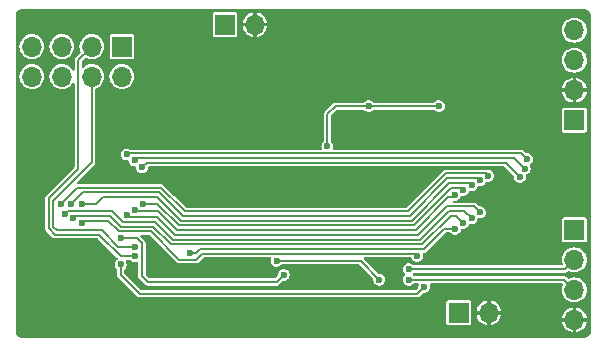
<source format=gbl>
G04 #@! TF.GenerationSoftware,KiCad,Pcbnew,8.0.4*
G04 #@! TF.CreationDate,2024-08-03T17:02:50+02:00*
G04 #@! TF.ProjectId,koyomi-keyboard-adapter,6b6f796f-6d69-42d6-9b65-79626f617264,rev?*
G04 #@! TF.SameCoordinates,Original*
G04 #@! TF.FileFunction,Copper,L2,Bot*
G04 #@! TF.FilePolarity,Positive*
%FSLAX46Y46*%
G04 Gerber Fmt 4.6, Leading zero omitted, Abs format (unit mm)*
G04 Created by KiCad (PCBNEW 8.0.4) date 2024-08-03 17:02:50*
%MOMM*%
%LPD*%
G01*
G04 APERTURE LIST*
G04 #@! TA.AperFunction,ComponentPad*
%ADD10R,1.700000X1.700000*%
G04 #@! TD*
G04 #@! TA.AperFunction,ComponentPad*
%ADD11O,1.700000X1.700000*%
G04 #@! TD*
G04 #@! TA.AperFunction,ViaPad*
%ADD12C,0.600000*%
G04 #@! TD*
G04 #@! TA.AperFunction,Conductor*
%ADD13C,0.200000*%
G04 #@! TD*
G04 APERTURE END LIST*
D10*
X21700000Y-15860000D03*
D11*
X21700000Y-18400000D03*
X19160000Y-15860000D03*
X19160000Y-18400000D03*
X16620000Y-15860000D03*
X16620000Y-18400000D03*
X14080000Y-15860000D03*
X14080000Y-18400000D03*
D10*
X50225000Y-38400000D03*
D11*
X52765000Y-38400000D03*
D10*
X30425000Y-14000000D03*
D11*
X32965000Y-14000000D03*
D10*
X60000000Y-31380000D03*
D11*
X60000000Y-33920000D03*
X60000000Y-36460000D03*
X60000000Y-39000000D03*
D10*
X60000000Y-22100000D03*
D11*
X60000000Y-19560000D03*
X60000000Y-17020000D03*
X60000000Y-14480000D03*
D12*
X45100000Y-38400000D03*
X40400000Y-35600000D03*
X50600000Y-23100000D03*
X30000000Y-35200000D03*
X30900000Y-22100000D03*
X30100000Y-22100000D03*
X50600000Y-24000000D03*
X41500000Y-34600000D03*
X38300000Y-14000000D03*
X49500000Y-21200000D03*
X42600000Y-28400000D03*
X43400000Y-27600000D03*
X43400000Y-28400000D03*
X43400000Y-26800000D03*
X29200000Y-35200000D03*
X43400000Y-29200000D03*
X28500000Y-22100000D03*
X34800000Y-37700000D03*
X44200000Y-28400000D03*
X38300000Y-15100000D03*
X45900000Y-37600000D03*
X40300000Y-14000000D03*
X45000000Y-26800000D03*
X45000000Y-28400000D03*
X36500000Y-38700000D03*
X42600000Y-26800000D03*
X45000000Y-27600000D03*
X41000000Y-35100000D03*
X50600000Y-22100000D03*
X42600000Y-29200000D03*
X28400000Y-35200000D03*
X39300000Y-14000000D03*
X44200000Y-26800000D03*
X42600000Y-27600000D03*
X50600000Y-21200000D03*
X44200000Y-29200000D03*
X40300000Y-38400000D03*
X45000000Y-29200000D03*
X44200000Y-27600000D03*
X22800000Y-34500000D03*
X40300000Y-15000000D03*
X29300000Y-22100000D03*
X40300000Y-39200000D03*
X34800000Y-38500000D03*
X34800000Y-34000000D03*
X43500000Y-35600000D03*
X48540000Y-20900000D03*
X39100000Y-24300000D03*
X42600000Y-20900000D03*
X22800000Y-29700000D03*
X49900000Y-28400000D03*
X55400000Y-26900000D03*
X23400000Y-26100000D03*
X50600000Y-28000000D03*
X23500000Y-29200000D03*
X49900000Y-31300000D03*
X27500000Y-33300000D03*
X47300000Y-36200000D03*
X21600000Y-34300000D03*
X22100000Y-25000000D03*
X56000000Y-25400000D03*
X52000000Y-27200000D03*
X17400000Y-29200000D03*
X52000000Y-29900000D03*
X22100000Y-30100000D03*
X55800000Y-26200000D03*
X22800000Y-25500000D03*
X51300000Y-27600000D03*
X18300100Y-29200000D03*
X52700100Y-26800100D03*
X16500000Y-29200000D03*
X17599800Y-30399900D03*
X50600000Y-30800000D03*
X22800000Y-33600000D03*
X22800000Y-32800000D03*
X21600000Y-32100000D03*
X35400000Y-35200000D03*
X16899800Y-29999900D03*
X51300000Y-30400000D03*
X46700000Y-33600000D03*
X18299800Y-30799900D03*
X46000000Y-35600000D03*
X46000000Y-34700000D03*
D13*
X41900000Y-34000000D02*
X43500000Y-35600000D01*
X48540000Y-20900000D02*
X42600000Y-20900000D01*
X39100000Y-21600000D02*
X39800000Y-20900000D01*
X34800000Y-34000000D02*
X41900000Y-34000000D01*
X39100000Y-24300000D02*
X39100000Y-21600000D01*
X39800000Y-20900000D02*
X42600000Y-20900000D01*
X49667157Y-28632843D02*
X49900000Y-28400000D01*
X49332843Y-28632843D02*
X49667157Y-28632843D01*
X26337256Y-31400000D02*
X46565686Y-31400000D01*
X22900000Y-29800000D02*
X24737256Y-29800000D01*
X46565686Y-31400000D02*
X49332843Y-28632843D01*
X22800000Y-29700000D02*
X22900000Y-29800000D01*
X24737256Y-29800000D02*
X26337256Y-31400000D01*
X23800000Y-25700000D02*
X23400000Y-26100000D01*
X55400000Y-26900000D02*
X54200000Y-25700000D01*
X54200000Y-25700000D02*
X23800000Y-25700000D01*
X23500000Y-29200000D02*
X24702942Y-29200000D01*
X49548529Y-27851471D02*
X49548529Y-27848529D01*
X49548529Y-27848529D02*
X49597058Y-27800000D01*
X24702942Y-29200000D02*
X26502942Y-31000000D01*
X26502942Y-31000000D02*
X46400000Y-31000000D01*
X46400000Y-31000000D02*
X49548529Y-27851471D01*
X50400000Y-27800000D02*
X50600000Y-28000000D01*
X49597058Y-27800000D02*
X50400000Y-27800000D01*
X48997058Y-31300000D02*
X49900000Y-31300000D01*
X28000000Y-33300000D02*
X28300000Y-33000000D01*
X28300000Y-33000000D02*
X47297058Y-33000000D01*
X47297058Y-33000000D02*
X48997058Y-31300000D01*
X27500000Y-33300000D02*
X28000000Y-33300000D01*
X46700000Y-36800000D02*
X23200000Y-36800000D01*
X23200000Y-36800000D02*
X21600000Y-35200000D01*
X21600000Y-35200000D02*
X21600000Y-34300000D01*
X47300000Y-36200000D02*
X46700000Y-36800000D01*
X55500000Y-24900000D02*
X22200000Y-24900000D01*
X56000000Y-25400000D02*
X55500000Y-24900000D01*
X22200000Y-24900000D02*
X22100000Y-25000000D01*
X17400000Y-29200000D02*
X18400000Y-28200000D01*
X24834314Y-28200000D02*
X26834314Y-30200000D01*
X26834314Y-30200000D02*
X46065686Y-30200000D01*
X49265686Y-27000000D02*
X51800000Y-27000000D01*
X46065686Y-30200000D02*
X49265686Y-27000000D01*
X18400000Y-28200000D02*
X24834314Y-28200000D01*
X51800000Y-27000000D02*
X52000000Y-27200000D01*
X22300000Y-30300000D02*
X22100000Y-30100000D01*
X51500000Y-29400000D02*
X49200000Y-29400000D01*
X26171570Y-31800000D02*
X24671570Y-30300000D01*
X24671570Y-30300000D02*
X22300000Y-30300000D01*
X46800000Y-31800000D02*
X26171570Y-31800000D01*
X49200000Y-29400000D02*
X46800000Y-31800000D01*
X52000000Y-29900000D02*
X51500000Y-29400000D01*
X23000000Y-25300000D02*
X22800000Y-25500000D01*
X54900000Y-25300000D02*
X23000000Y-25300000D01*
X55800000Y-26200000D02*
X54900000Y-25300000D01*
X24668628Y-28600000D02*
X26668628Y-30600000D01*
X19500000Y-29200000D02*
X20100000Y-28600000D01*
X51300000Y-27600000D02*
X51100000Y-27400000D01*
X49431372Y-27400000D02*
X46231372Y-30600000D01*
X51100000Y-27400000D02*
X49431372Y-27400000D01*
X46231372Y-30600000D02*
X26668628Y-30600000D01*
X20100000Y-28600000D02*
X24668628Y-28600000D01*
X18300100Y-29200000D02*
X19500000Y-29200000D01*
X17900000Y-27800000D02*
X25000000Y-27800000D01*
X16500000Y-29200000D02*
X17900000Y-27800000D01*
X49100000Y-26600000D02*
X52500000Y-26600000D01*
X45900000Y-29800000D02*
X49100000Y-26600000D01*
X52500000Y-26600000D02*
X52700100Y-26800100D01*
X25000000Y-27800000D02*
X27000000Y-29800000D01*
X27000000Y-29800000D02*
X45900000Y-29800000D01*
X25834314Y-32600000D02*
X47131372Y-32600000D01*
X17599800Y-30399900D02*
X17600100Y-30399900D01*
X21600000Y-31100000D02*
X24334314Y-31100000D01*
X17800000Y-30200000D02*
X20700000Y-30200000D01*
X24334314Y-31100000D02*
X25834314Y-32600000D01*
X49531372Y-30200000D02*
X50000000Y-30200000D01*
X20700000Y-30200000D02*
X21600000Y-31100000D01*
X17600100Y-30399900D02*
X17800000Y-30200000D01*
X47131372Y-32600000D02*
X49531372Y-30200000D01*
X50000000Y-30200000D02*
X50600000Y-30800000D01*
X15500000Y-31265686D02*
X15500000Y-28700000D01*
X18000000Y-17020000D02*
X19160000Y-15860000D01*
X18000000Y-26200000D02*
X18000000Y-17020000D01*
X19800000Y-31799900D02*
X16034214Y-31799900D01*
X22800000Y-33600000D02*
X21600000Y-33600000D01*
X21600000Y-33600000D02*
X19800000Y-31800000D01*
X19800000Y-31800000D02*
X19800000Y-31799900D01*
X16034214Y-31799900D02*
X15500000Y-31265686D01*
X15500000Y-28700000D02*
X18000000Y-26200000D01*
X19999900Y-31399900D02*
X21400000Y-32800000D01*
X15900000Y-28900000D02*
X15900000Y-31100000D01*
X15900000Y-31100000D02*
X16199900Y-31399900D01*
X21400000Y-32800000D02*
X22800000Y-32800000D01*
X16199900Y-31399900D02*
X19999900Y-31399900D01*
X19160000Y-18400000D02*
X19160000Y-25640000D01*
X19160000Y-25640000D02*
X15900000Y-28900000D01*
X34800000Y-35800000D02*
X35400000Y-35200000D01*
X21600000Y-32100000D02*
X23000000Y-32100000D01*
X23000000Y-32100000D02*
X23400000Y-32500000D01*
X23400000Y-35300000D02*
X23900000Y-35800000D01*
X23400000Y-32500000D02*
X23400000Y-35300000D01*
X23900000Y-35800000D02*
X34800000Y-35800000D01*
X50700000Y-29800000D02*
X49365686Y-29800000D01*
X20900000Y-29800000D02*
X17099700Y-29800000D01*
X26000000Y-32200000D02*
X24500000Y-30700000D01*
X21800000Y-30700000D02*
X20900000Y-29800000D01*
X49365686Y-29800000D02*
X46965686Y-32200000D01*
X24500000Y-30700000D02*
X21800000Y-30700000D01*
X46965686Y-32200000D02*
X26000000Y-32200000D01*
X17099700Y-29800000D02*
X16899800Y-29999900D01*
X51300000Y-30400000D02*
X50700000Y-29800000D01*
X21434314Y-31500000D02*
X20534314Y-30600000D01*
X24168628Y-31500000D02*
X21434314Y-31500000D01*
X18300100Y-30799900D02*
X18299800Y-30799900D01*
X28000000Y-33900000D02*
X26568628Y-33900000D01*
X46700000Y-33600000D02*
X46500000Y-33400000D01*
X26568628Y-33900000D02*
X24168628Y-31500000D01*
X28500000Y-33400000D02*
X28000000Y-33900000D01*
X20534314Y-30600000D02*
X18500000Y-30600000D01*
X18500000Y-30600000D02*
X18300100Y-30799900D01*
X46500000Y-33400000D02*
X28500000Y-33400000D01*
X46000000Y-35600000D02*
X59140000Y-35600000D01*
X59140000Y-35600000D02*
X60000000Y-36460000D01*
X59220000Y-34700000D02*
X60000000Y-33920000D01*
X46000000Y-34700000D02*
X59220000Y-34700000D01*
G04 #@! TA.AperFunction,Conductor*
G36*
X60905512Y-12701121D02*
G01*
X61000073Y-12711775D01*
X61021669Y-12716705D01*
X61106202Y-12746283D01*
X61126168Y-12755899D01*
X61164079Y-12779720D01*
X61201987Y-12803540D01*
X61219319Y-12817361D01*
X61282638Y-12880680D01*
X61296459Y-12898012D01*
X61344098Y-12973828D01*
X61353717Y-12993801D01*
X61357793Y-13005448D01*
X61383293Y-13078326D01*
X61388225Y-13099938D01*
X61398877Y-13194470D01*
X61399500Y-13205555D01*
X61399500Y-39994444D01*
X61398877Y-40005529D01*
X61388225Y-40100061D01*
X61383293Y-40121673D01*
X61353718Y-40206196D01*
X61344098Y-40226171D01*
X61296459Y-40301987D01*
X61282638Y-40319319D01*
X61219319Y-40382638D01*
X61201987Y-40396459D01*
X61126171Y-40444098D01*
X61106196Y-40453718D01*
X61021673Y-40483293D01*
X61000061Y-40488225D01*
X60905529Y-40498877D01*
X60894444Y-40499500D01*
X13205556Y-40499500D01*
X13194471Y-40498877D01*
X13099938Y-40488225D01*
X13078326Y-40483293D01*
X12993803Y-40453718D01*
X12973828Y-40444098D01*
X12898012Y-40396459D01*
X12880680Y-40382638D01*
X12817361Y-40319319D01*
X12803540Y-40301987D01*
X12755901Y-40226171D01*
X12746283Y-40206202D01*
X12716705Y-40121669D01*
X12711775Y-40100073D01*
X12701121Y-40005512D01*
X12700500Y-39994444D01*
X12700500Y-37530253D01*
X49174500Y-37530253D01*
X49174500Y-39269746D01*
X49174501Y-39269758D01*
X49186132Y-39328227D01*
X49186134Y-39328233D01*
X49217228Y-39374767D01*
X49230448Y-39394552D01*
X49296769Y-39438867D01*
X49341231Y-39447711D01*
X49355241Y-39450498D01*
X49355246Y-39450498D01*
X49355252Y-39450500D01*
X49355253Y-39450500D01*
X51094747Y-39450500D01*
X51094748Y-39450500D01*
X51153231Y-39438867D01*
X51219552Y-39394552D01*
X51263867Y-39328231D01*
X51275500Y-39269748D01*
X51275500Y-38249998D01*
X51724692Y-38249998D01*
X51724694Y-38250000D01*
X52287555Y-38250000D01*
X52265000Y-38334174D01*
X52265000Y-38465826D01*
X52287555Y-38550000D01*
X51724694Y-38550000D01*
X51724692Y-38550001D01*
X51730191Y-38605833D01*
X51730190Y-38605833D01*
X51790232Y-38803762D01*
X51790234Y-38803767D01*
X51887724Y-38986160D01*
X51887731Y-38986170D01*
X52018940Y-39146050D01*
X52018949Y-39146059D01*
X52178829Y-39277268D01*
X52178839Y-39277275D01*
X52361232Y-39374765D01*
X52361237Y-39374767D01*
X52559166Y-39434808D01*
X52614998Y-39440307D01*
X52615000Y-39440306D01*
X52615000Y-38877445D01*
X52699174Y-38900000D01*
X52830826Y-38900000D01*
X52915000Y-38877445D01*
X52915000Y-39440306D01*
X52915001Y-39440307D01*
X52970833Y-39434808D01*
X53168762Y-39374767D01*
X53168767Y-39374765D01*
X53351160Y-39277275D01*
X53351170Y-39277268D01*
X53511050Y-39146059D01*
X53511059Y-39146050D01*
X53642268Y-38986170D01*
X53642275Y-38986160D01*
X53715054Y-38849998D01*
X58959692Y-38849998D01*
X58959694Y-38850000D01*
X59522555Y-38850000D01*
X59500000Y-38934174D01*
X59500000Y-39065826D01*
X59522555Y-39150000D01*
X58959694Y-39150000D01*
X58959692Y-39150001D01*
X58965191Y-39205833D01*
X58965190Y-39205833D01*
X59025232Y-39403762D01*
X59025234Y-39403767D01*
X59122724Y-39586160D01*
X59122731Y-39586170D01*
X59253940Y-39746050D01*
X59253949Y-39746059D01*
X59413829Y-39877268D01*
X59413839Y-39877275D01*
X59596232Y-39974765D01*
X59596237Y-39974767D01*
X59794166Y-40034808D01*
X59849998Y-40040307D01*
X59850000Y-40040306D01*
X59850000Y-39477445D01*
X59934174Y-39500000D01*
X60065826Y-39500000D01*
X60150000Y-39477445D01*
X60150000Y-40040306D01*
X60150001Y-40040307D01*
X60205833Y-40034808D01*
X60403762Y-39974767D01*
X60403767Y-39974765D01*
X60586160Y-39877275D01*
X60586170Y-39877268D01*
X60746050Y-39746059D01*
X60746059Y-39746050D01*
X60877268Y-39586170D01*
X60877275Y-39586160D01*
X60974765Y-39403767D01*
X60974767Y-39403762D01*
X61034808Y-39205833D01*
X61040307Y-39150001D01*
X61040306Y-39150000D01*
X60477445Y-39150000D01*
X60500000Y-39065826D01*
X60500000Y-38934174D01*
X60477445Y-38850000D01*
X61040306Y-38850000D01*
X61040307Y-38849998D01*
X61034808Y-38794166D01*
X61034809Y-38794166D01*
X60974767Y-38596237D01*
X60974765Y-38596232D01*
X60877275Y-38413839D01*
X60877268Y-38413829D01*
X60746059Y-38253949D01*
X60746050Y-38253940D01*
X60586170Y-38122731D01*
X60586160Y-38122724D01*
X60403767Y-38025234D01*
X60403762Y-38025232D01*
X60205843Y-37965194D01*
X60205832Y-37965191D01*
X60150000Y-37959692D01*
X60150000Y-38522554D01*
X60065826Y-38500000D01*
X59934174Y-38500000D01*
X59850000Y-38522554D01*
X59850000Y-37959692D01*
X59794167Y-37965191D01*
X59794156Y-37965194D01*
X59596237Y-38025232D01*
X59596232Y-38025234D01*
X59413839Y-38122724D01*
X59413829Y-38122731D01*
X59253949Y-38253940D01*
X59253940Y-38253949D01*
X59122731Y-38413829D01*
X59122724Y-38413839D01*
X59025234Y-38596232D01*
X59025232Y-38596237D01*
X58965191Y-38794166D01*
X58959692Y-38849998D01*
X53715054Y-38849998D01*
X53739765Y-38803767D01*
X53739767Y-38803762D01*
X53799808Y-38605833D01*
X53805307Y-38550001D01*
X53805306Y-38550000D01*
X53242445Y-38550000D01*
X53265000Y-38465826D01*
X53265000Y-38334174D01*
X53242445Y-38250000D01*
X53805306Y-38250000D01*
X53805307Y-38249998D01*
X53799808Y-38194166D01*
X53799809Y-38194166D01*
X53739767Y-37996237D01*
X53739765Y-37996232D01*
X53642275Y-37813839D01*
X53642268Y-37813829D01*
X53511059Y-37653949D01*
X53511050Y-37653940D01*
X53351170Y-37522731D01*
X53351160Y-37522724D01*
X53168767Y-37425234D01*
X53168762Y-37425232D01*
X52970843Y-37365194D01*
X52970832Y-37365191D01*
X52915000Y-37359692D01*
X52915000Y-37922554D01*
X52830826Y-37900000D01*
X52699174Y-37900000D01*
X52615000Y-37922554D01*
X52615000Y-37359692D01*
X52559167Y-37365191D01*
X52559156Y-37365194D01*
X52361237Y-37425232D01*
X52361232Y-37425234D01*
X52178839Y-37522724D01*
X52178829Y-37522731D01*
X52018949Y-37653940D01*
X52018940Y-37653949D01*
X51887731Y-37813829D01*
X51887724Y-37813839D01*
X51790234Y-37996232D01*
X51790232Y-37996237D01*
X51730191Y-38194166D01*
X51724692Y-38249998D01*
X51275500Y-38249998D01*
X51275500Y-37530252D01*
X51263867Y-37471769D01*
X51219552Y-37405448D01*
X51159309Y-37365194D01*
X51153233Y-37361134D01*
X51153231Y-37361133D01*
X51153228Y-37361132D01*
X51153227Y-37361132D01*
X51094758Y-37349501D01*
X51094748Y-37349500D01*
X49355252Y-37349500D01*
X49355251Y-37349500D01*
X49355241Y-37349501D01*
X49296772Y-37361132D01*
X49296766Y-37361134D01*
X49230451Y-37405445D01*
X49230445Y-37405451D01*
X49186134Y-37471766D01*
X49186132Y-37471772D01*
X49174501Y-37530241D01*
X49174500Y-37530253D01*
X12700500Y-37530253D01*
X12700500Y-28660435D01*
X15199500Y-28660435D01*
X15199500Y-28660438D01*
X15199500Y-31305248D01*
X15219979Y-31381675D01*
X15230848Y-31400500D01*
X15259540Y-31450197D01*
X15849703Y-32040360D01*
X15849705Y-32040361D01*
X15849707Y-32040363D01*
X15918222Y-32079920D01*
X15918220Y-32079920D01*
X15918224Y-32079921D01*
X15918226Y-32079922D01*
X15994652Y-32100400D01*
X16073776Y-32100400D01*
X19634421Y-32100400D01*
X19692612Y-32119307D01*
X19704425Y-32129396D01*
X21318375Y-33743346D01*
X21346152Y-33797863D01*
X21336581Y-33858295D01*
X21301896Y-33896633D01*
X21268873Y-33917856D01*
X21268872Y-33917856D01*
X21268872Y-33917857D01*
X21221747Y-33972242D01*
X21174622Y-34026628D01*
X21114834Y-34157543D01*
X21094353Y-34299997D01*
X21094353Y-34300002D01*
X21114834Y-34442456D01*
X21144060Y-34506450D01*
X21174623Y-34573373D01*
X21255239Y-34666410D01*
X21273509Y-34687494D01*
X21271471Y-34689259D01*
X21296925Y-34731458D01*
X21299500Y-34753893D01*
X21299500Y-35239564D01*
X21319977Y-35315985D01*
X21319979Y-35315990D01*
X21345121Y-35359538D01*
X21359538Y-35384508D01*
X21359540Y-35384511D01*
X23015489Y-37040460D01*
X23015491Y-37040461D01*
X23015493Y-37040463D01*
X23084008Y-37080020D01*
X23084006Y-37080020D01*
X23084010Y-37080021D01*
X23084012Y-37080022D01*
X23160438Y-37100500D01*
X23160440Y-37100500D01*
X46739563Y-37100500D01*
X46739563Y-37100499D01*
X46815989Y-37080021D01*
X46884511Y-37040460D01*
X46912485Y-37012485D01*
X46940461Y-36984511D01*
X47195473Y-36729497D01*
X47249990Y-36701719D01*
X47265477Y-36700500D01*
X47371959Y-36700500D01*
X47371961Y-36700500D01*
X47510053Y-36659953D01*
X47631128Y-36582143D01*
X47725377Y-36473373D01*
X47785165Y-36342457D01*
X47805647Y-36200000D01*
X47805646Y-36199996D01*
X47785165Y-36057543D01*
X47777440Y-36040627D01*
X47770465Y-35979840D01*
X47800551Y-35926563D01*
X47856207Y-35901145D01*
X47867493Y-35900500D01*
X58942738Y-35900500D01*
X59000929Y-35919407D01*
X59036893Y-35968907D01*
X59036893Y-36030093D01*
X59030048Y-36046166D01*
X59024768Y-36056046D01*
X59024766Y-36056050D01*
X59024766Y-36056052D01*
X58964699Y-36254065D01*
X58964698Y-36254070D01*
X58944417Y-36459996D01*
X58944417Y-36460003D01*
X58964698Y-36665929D01*
X58964699Y-36665934D01*
X59024768Y-36863954D01*
X59122316Y-37046452D01*
X59166672Y-37100500D01*
X59253590Y-37206410D01*
X59253595Y-37206414D01*
X59413547Y-37337683D01*
X59413548Y-37337683D01*
X59413550Y-37337685D01*
X59596046Y-37435232D01*
X59716484Y-37471766D01*
X59794065Y-37495300D01*
X59794070Y-37495301D01*
X59999997Y-37515583D01*
X60000000Y-37515583D01*
X60000003Y-37515583D01*
X60205929Y-37495301D01*
X60205934Y-37495300D01*
X60403954Y-37435232D01*
X60586450Y-37337685D01*
X60746410Y-37206410D01*
X60877685Y-37046450D01*
X60975232Y-36863954D01*
X61035300Y-36665934D01*
X61035301Y-36665929D01*
X61055583Y-36460003D01*
X61055583Y-36459996D01*
X61035301Y-36254070D01*
X61035300Y-36254065D01*
X61017078Y-36193997D01*
X60975232Y-36056046D01*
X60877685Y-35873550D01*
X60877538Y-35873371D01*
X60746414Y-35713595D01*
X60746410Y-35713590D01*
X60730460Y-35700500D01*
X60586452Y-35582316D01*
X60403954Y-35484768D01*
X60205934Y-35424699D01*
X60205929Y-35424698D01*
X60000003Y-35404417D01*
X59999997Y-35404417D01*
X59794070Y-35424698D01*
X59794065Y-35424699D01*
X59596052Y-35484766D01*
X59596049Y-35484766D01*
X59596046Y-35484768D01*
X59596044Y-35484768D01*
X59596044Y-35484769D01*
X59565453Y-35501120D01*
X59505220Y-35511874D01*
X59450169Y-35485171D01*
X59448784Y-35483812D01*
X59324511Y-35359540D01*
X59294921Y-35342456D01*
X59294920Y-35342456D01*
X59255988Y-35319978D01*
X59179564Y-35299500D01*
X59179562Y-35299500D01*
X46447083Y-35299500D01*
X46388892Y-35280593D01*
X46372270Y-35265337D01*
X46331128Y-35217857D01*
X46331123Y-35217854D01*
X46328505Y-35214832D01*
X46304687Y-35158472D01*
X46318545Y-35098877D01*
X46328505Y-35085168D01*
X46331123Y-35082145D01*
X46331128Y-35082143D01*
X46372266Y-35034666D01*
X46424660Y-35003073D01*
X46447083Y-35000500D01*
X59259563Y-35000500D01*
X59259563Y-35000499D01*
X59335989Y-34980021D01*
X59404511Y-34940460D01*
X59448784Y-34896186D01*
X59503298Y-34868410D01*
X59563730Y-34877981D01*
X59565454Y-34878881D01*
X59596040Y-34895229D01*
X59596046Y-34895232D01*
X59733997Y-34937078D01*
X59794065Y-34955300D01*
X59794070Y-34955301D01*
X59999997Y-34975583D01*
X60000000Y-34975583D01*
X60000003Y-34975583D01*
X60205929Y-34955301D01*
X60205934Y-34955300D01*
X60403954Y-34895232D01*
X60586450Y-34797685D01*
X60746410Y-34666410D01*
X60877685Y-34506450D01*
X60975232Y-34323954D01*
X61035300Y-34125934D01*
X61035301Y-34125929D01*
X61055583Y-33920003D01*
X61055583Y-33919996D01*
X61035301Y-33714070D01*
X61035300Y-33714065D01*
X61000547Y-33599500D01*
X60975232Y-33516046D01*
X60877685Y-33333550D01*
X60872003Y-33326627D01*
X60746414Y-33173595D01*
X60746410Y-33173590D01*
X60699115Y-33134776D01*
X60586452Y-33042316D01*
X60403954Y-32944768D01*
X60205934Y-32884699D01*
X60205929Y-32884698D01*
X60000003Y-32864417D01*
X59999997Y-32864417D01*
X59794070Y-32884698D01*
X59794065Y-32884699D01*
X59596045Y-32944768D01*
X59413547Y-33042316D01*
X59253595Y-33173585D01*
X59253585Y-33173595D01*
X59122316Y-33333547D01*
X59024768Y-33516045D01*
X58964699Y-33714065D01*
X58964698Y-33714070D01*
X58944417Y-33919996D01*
X58944417Y-33920003D01*
X58964698Y-34125929D01*
X58964699Y-34125934D01*
X59008936Y-34271762D01*
X59007735Y-34332936D01*
X58970806Y-34381720D01*
X58914199Y-34399500D01*
X46447083Y-34399500D01*
X46388892Y-34380593D01*
X46372264Y-34365331D01*
X46331128Y-34317857D01*
X46298182Y-34296684D01*
X46210057Y-34240049D01*
X46210054Y-34240047D01*
X46210053Y-34240047D01*
X46210050Y-34240046D01*
X46071964Y-34199500D01*
X46071961Y-34199500D01*
X45928039Y-34199500D01*
X45928035Y-34199500D01*
X45789949Y-34240046D01*
X45789942Y-34240049D01*
X45668873Y-34317855D01*
X45574622Y-34426628D01*
X45514834Y-34557543D01*
X45494353Y-34699997D01*
X45494353Y-34700002D01*
X45514834Y-34842456D01*
X45553275Y-34926628D01*
X45574623Y-34973373D01*
X45627608Y-35034521D01*
X45671494Y-35085169D01*
X45695311Y-35141529D01*
X45681452Y-35201124D01*
X45671494Y-35214831D01*
X45574622Y-35326628D01*
X45514835Y-35457541D01*
X45494353Y-35599997D01*
X45494353Y-35600002D01*
X45514834Y-35742456D01*
X45574622Y-35873371D01*
X45574623Y-35873373D01*
X45668870Y-35982141D01*
X45668873Y-35982144D01*
X45783877Y-36056052D01*
X45789947Y-36059953D01*
X45858297Y-36080022D01*
X45928035Y-36100499D01*
X45928036Y-36100499D01*
X45928039Y-36100500D01*
X45928041Y-36100500D01*
X46071959Y-36100500D01*
X46071961Y-36100500D01*
X46210053Y-36059953D01*
X46331128Y-35982143D01*
X46372264Y-35934668D01*
X46424660Y-35903073D01*
X46447083Y-35900500D01*
X46732507Y-35900500D01*
X46790698Y-35919407D01*
X46826662Y-35968907D01*
X46826662Y-36030093D01*
X46822560Y-36040627D01*
X46814834Y-36057543D01*
X46794353Y-36199996D01*
X46794353Y-36199997D01*
X46794353Y-36200000D01*
X46797442Y-36221483D01*
X46787007Y-36281772D01*
X46769453Y-36305574D01*
X46604526Y-36470503D01*
X46550010Y-36498281D01*
X46534522Y-36499500D01*
X23365479Y-36499500D01*
X23307288Y-36480593D01*
X23295475Y-36470504D01*
X21929496Y-35104525D01*
X21901719Y-35050008D01*
X21900500Y-35034521D01*
X21900500Y-34753893D01*
X21919407Y-34695702D01*
X21926741Y-34687711D01*
X21926491Y-34687494D01*
X21944757Y-34666414D01*
X22025377Y-34573373D01*
X22085165Y-34442457D01*
X22091992Y-34394971D01*
X22105647Y-34300002D01*
X22105647Y-34299997D01*
X22085165Y-34157543D01*
X22031771Y-34040627D01*
X22024796Y-33979840D01*
X22054882Y-33926563D01*
X22110538Y-33901145D01*
X22121824Y-33900500D01*
X22352917Y-33900500D01*
X22411108Y-33919407D01*
X22427733Y-33934667D01*
X22468872Y-33982143D01*
X22589947Y-34059953D01*
X22673585Y-34084511D01*
X22728035Y-34100499D01*
X22728036Y-34100499D01*
X22728039Y-34100500D01*
X22728041Y-34100500D01*
X22871959Y-34100500D01*
X22871961Y-34100500D01*
X22972610Y-34070947D01*
X23033769Y-34072694D01*
X23082222Y-34110057D01*
X23099500Y-34165937D01*
X23099500Y-35339564D01*
X23119977Y-35415985D01*
X23119979Y-35415990D01*
X23143968Y-35457541D01*
X23143969Y-35457541D01*
X23143970Y-35457543D01*
X23159540Y-35484511D01*
X23715489Y-36040460D01*
X23715491Y-36040461D01*
X23715493Y-36040463D01*
X23784008Y-36080020D01*
X23784006Y-36080020D01*
X23784010Y-36080021D01*
X23784012Y-36080022D01*
X23860438Y-36100500D01*
X23860440Y-36100500D01*
X34839563Y-36100500D01*
X34839563Y-36100499D01*
X34915989Y-36080021D01*
X34984511Y-36040460D01*
X35012485Y-36012485D01*
X35040461Y-35984511D01*
X35295473Y-35729497D01*
X35349990Y-35701719D01*
X35365477Y-35700500D01*
X35471959Y-35700500D01*
X35471961Y-35700500D01*
X35610053Y-35659953D01*
X35731128Y-35582143D01*
X35825377Y-35473373D01*
X35885165Y-35342457D01*
X35903515Y-35214831D01*
X35905647Y-35200002D01*
X35905647Y-35199997D01*
X35885165Y-35057543D01*
X35859114Y-35000500D01*
X35825377Y-34926627D01*
X35731128Y-34817857D01*
X35731127Y-34817856D01*
X35731126Y-34817855D01*
X35610057Y-34740049D01*
X35610054Y-34740047D01*
X35610053Y-34740047D01*
X35610050Y-34740046D01*
X35471964Y-34699500D01*
X35471961Y-34699500D01*
X35328039Y-34699500D01*
X35328035Y-34699500D01*
X35189949Y-34740046D01*
X35189942Y-34740049D01*
X35068873Y-34817855D01*
X34974622Y-34926628D01*
X34914834Y-35057543D01*
X34894353Y-35199996D01*
X34894353Y-35199997D01*
X34894353Y-35200000D01*
X34897442Y-35221483D01*
X34887007Y-35281772D01*
X34869453Y-35305574D01*
X34704526Y-35470503D01*
X34650010Y-35498281D01*
X34634522Y-35499500D01*
X24065479Y-35499500D01*
X24007288Y-35480593D01*
X23995475Y-35470504D01*
X23729496Y-35204525D01*
X23701719Y-35150008D01*
X23700500Y-35134521D01*
X23700500Y-32460437D01*
X23700499Y-32460435D01*
X23680021Y-32384011D01*
X23680019Y-32384007D01*
X23640460Y-32315489D01*
X23584511Y-32259539D01*
X23584511Y-32259540D01*
X23294475Y-31969504D01*
X23266698Y-31914987D01*
X23276269Y-31854555D01*
X23319534Y-31811290D01*
X23364479Y-31800500D01*
X24003149Y-31800500D01*
X24061340Y-31819407D01*
X24073153Y-31829496D01*
X26384117Y-34140460D01*
X26384119Y-34140461D01*
X26384120Y-34140462D01*
X26384121Y-34140463D01*
X26452636Y-34180020D01*
X26452634Y-34180020D01*
X26452638Y-34180021D01*
X26452640Y-34180022D01*
X26529066Y-34200500D01*
X26529068Y-34200500D01*
X28039563Y-34200500D01*
X28039563Y-34200499D01*
X28115989Y-34180021D01*
X28184511Y-34140460D01*
X28240460Y-34084511D01*
X28595475Y-33729496D01*
X28649992Y-33701719D01*
X28665479Y-33700500D01*
X34232507Y-33700500D01*
X34290698Y-33719407D01*
X34326662Y-33768907D01*
X34326662Y-33830093D01*
X34322560Y-33840627D01*
X34314834Y-33857543D01*
X34294353Y-33999997D01*
X34294353Y-34000002D01*
X34314834Y-34142456D01*
X34359403Y-34240046D01*
X34374623Y-34273373D01*
X34468870Y-34382141D01*
X34468873Y-34382144D01*
X34589942Y-34459950D01*
X34589947Y-34459953D01*
X34696403Y-34491211D01*
X34728035Y-34500499D01*
X34728036Y-34500499D01*
X34728039Y-34500500D01*
X34728041Y-34500500D01*
X34871959Y-34500500D01*
X34871961Y-34500500D01*
X35010053Y-34459953D01*
X35131128Y-34382143D01*
X35172264Y-34334668D01*
X35224660Y-34303073D01*
X35247083Y-34300500D01*
X41734521Y-34300500D01*
X41792712Y-34319407D01*
X41804525Y-34329496D01*
X42969453Y-35494424D01*
X42997230Y-35548941D01*
X42997441Y-35578514D01*
X42994354Y-35599997D01*
X42994353Y-35600002D01*
X43014834Y-35742456D01*
X43074622Y-35873371D01*
X43074623Y-35873373D01*
X43168870Y-35982141D01*
X43168873Y-35982144D01*
X43283877Y-36056052D01*
X43289947Y-36059953D01*
X43358297Y-36080022D01*
X43428035Y-36100499D01*
X43428036Y-36100499D01*
X43428039Y-36100500D01*
X43428041Y-36100500D01*
X43571959Y-36100500D01*
X43571961Y-36100500D01*
X43710053Y-36059953D01*
X43831128Y-35982143D01*
X43925377Y-35873373D01*
X43985165Y-35742457D01*
X44005647Y-35600000D01*
X44003104Y-35582316D01*
X43985165Y-35457541D01*
X43925377Y-35326628D01*
X43925377Y-35326627D01*
X43831128Y-35217857D01*
X43831127Y-35217856D01*
X43831126Y-35217855D01*
X43710057Y-35140049D01*
X43710054Y-35140047D01*
X43710053Y-35140047D01*
X43710050Y-35140046D01*
X43571964Y-35099500D01*
X43571961Y-35099500D01*
X43465479Y-35099500D01*
X43407288Y-35080593D01*
X43395475Y-35070504D01*
X42825470Y-34500499D01*
X42194472Y-33869501D01*
X42166697Y-33814987D01*
X42176268Y-33754555D01*
X42219533Y-33711290D01*
X42264478Y-33700500D01*
X46132051Y-33700500D01*
X46190242Y-33719407D01*
X46222103Y-33758371D01*
X46274623Y-33873373D01*
X46368870Y-33982141D01*
X46368873Y-33982144D01*
X46438092Y-34026628D01*
X46489947Y-34059953D01*
X46573585Y-34084511D01*
X46628035Y-34100499D01*
X46628036Y-34100499D01*
X46628039Y-34100500D01*
X46628041Y-34100500D01*
X46771959Y-34100500D01*
X46771961Y-34100500D01*
X46910053Y-34059953D01*
X47031128Y-33982143D01*
X47125377Y-33873373D01*
X47185165Y-33742457D01*
X47205647Y-33600000D01*
X47205575Y-33599500D01*
X47185165Y-33457543D01*
X47177440Y-33440627D01*
X47170465Y-33379840D01*
X47200551Y-33326563D01*
X47256207Y-33301145D01*
X47267493Y-33300500D01*
X47336621Y-33300500D01*
X47336621Y-33300499D01*
X47413047Y-33280021D01*
X47481569Y-33240460D01*
X47537518Y-33184511D01*
X49092533Y-31629496D01*
X49147050Y-31601719D01*
X49162537Y-31600500D01*
X49452917Y-31600500D01*
X49511108Y-31619407D01*
X49527733Y-31634667D01*
X49568872Y-31682143D01*
X49689947Y-31759953D01*
X49792129Y-31789956D01*
X49828035Y-31800499D01*
X49828036Y-31800499D01*
X49828039Y-31800500D01*
X49828041Y-31800500D01*
X49971959Y-31800500D01*
X49971961Y-31800500D01*
X50110053Y-31759953D01*
X50231128Y-31682143D01*
X50325377Y-31573373D01*
X50385165Y-31442457D01*
X50394276Y-31379085D01*
X50421271Y-31324180D01*
X50475385Y-31295626D01*
X50520161Y-31298186D01*
X50528039Y-31300500D01*
X50528040Y-31300500D01*
X50671959Y-31300500D01*
X50671961Y-31300500D01*
X50810053Y-31259953D01*
X50931128Y-31182143D01*
X51025377Y-31073373D01*
X51083319Y-30946498D01*
X51124689Y-30901423D01*
X51184656Y-30889272D01*
X51201260Y-30892637D01*
X51220133Y-30898178D01*
X51228035Y-30900499D01*
X51228036Y-30900499D01*
X51228039Y-30900500D01*
X51228040Y-30900500D01*
X51371959Y-30900500D01*
X51371961Y-30900500D01*
X51510053Y-30859953D01*
X51631128Y-30782143D01*
X51725377Y-30673373D01*
X51785165Y-30542457D01*
X51789795Y-30510253D01*
X58949500Y-30510253D01*
X58949500Y-32249746D01*
X58949501Y-32249758D01*
X58961132Y-32308227D01*
X58961134Y-32308233D01*
X59005445Y-32374548D01*
X59005448Y-32374552D01*
X59071769Y-32418867D01*
X59116231Y-32427711D01*
X59130241Y-32430498D01*
X59130246Y-32430498D01*
X59130252Y-32430500D01*
X59130253Y-32430500D01*
X60869747Y-32430500D01*
X60869748Y-32430500D01*
X60928231Y-32418867D01*
X60994552Y-32374552D01*
X61038867Y-32308231D01*
X61050500Y-32249748D01*
X61050500Y-30510252D01*
X61038867Y-30451769D01*
X60994552Y-30385448D01*
X60989458Y-30382044D01*
X60928233Y-30341134D01*
X60928231Y-30341133D01*
X60928228Y-30341132D01*
X60928227Y-30341132D01*
X60869758Y-30329501D01*
X60869748Y-30329500D01*
X59130252Y-30329500D01*
X59130251Y-30329500D01*
X59130241Y-30329501D01*
X59071772Y-30341132D01*
X59071766Y-30341134D01*
X59005451Y-30385445D01*
X59005445Y-30385451D01*
X58961134Y-30451766D01*
X58961132Y-30451772D01*
X58949501Y-30510241D01*
X58949500Y-30510253D01*
X51789795Y-30510253D01*
X51794276Y-30479085D01*
X51821271Y-30424180D01*
X51875385Y-30395626D01*
X51920161Y-30398186D01*
X51928039Y-30400500D01*
X51928040Y-30400500D01*
X52071959Y-30400500D01*
X52071961Y-30400500D01*
X52210053Y-30359953D01*
X52331128Y-30282143D01*
X52425377Y-30173373D01*
X52485165Y-30042457D01*
X52494285Y-29979024D01*
X52505647Y-29900002D01*
X52505647Y-29899997D01*
X52485165Y-29757543D01*
X52459114Y-29700500D01*
X52425377Y-29626627D01*
X52331128Y-29517857D01*
X52331127Y-29517856D01*
X52331126Y-29517855D01*
X52210057Y-29440049D01*
X52210054Y-29440047D01*
X52210053Y-29440047D01*
X52210050Y-29440046D01*
X52071964Y-29399500D01*
X52071961Y-29399500D01*
X51965479Y-29399500D01*
X51907288Y-29380593D01*
X51895476Y-29370504D01*
X51684510Y-29159539D01*
X51651464Y-29140460D01*
X51651462Y-29140459D01*
X51615989Y-29119979D01*
X51615986Y-29119978D01*
X51539564Y-29099500D01*
X51539562Y-29099500D01*
X49829357Y-29099500D01*
X49771166Y-29080593D01*
X49735202Y-29031093D01*
X49735202Y-28969907D01*
X49771166Y-28920407D01*
X49779856Y-28914764D01*
X49781588Y-28913764D01*
X49831089Y-28900500D01*
X49971959Y-28900500D01*
X49971961Y-28900500D01*
X50110053Y-28859953D01*
X50231128Y-28782143D01*
X50325377Y-28673373D01*
X50383319Y-28546498D01*
X50424689Y-28501423D01*
X50484656Y-28489272D01*
X50501260Y-28492637D01*
X50520133Y-28498178D01*
X50528035Y-28500499D01*
X50528036Y-28500499D01*
X50528039Y-28500500D01*
X50528040Y-28500500D01*
X50671959Y-28500500D01*
X50671961Y-28500500D01*
X50810053Y-28459953D01*
X50931128Y-28382143D01*
X51025377Y-28273373D01*
X51083319Y-28146498D01*
X51124689Y-28101423D01*
X51184656Y-28089272D01*
X51201260Y-28092637D01*
X51220133Y-28098178D01*
X51228035Y-28100499D01*
X51228036Y-28100499D01*
X51228039Y-28100500D01*
X51228040Y-28100500D01*
X51371959Y-28100500D01*
X51371961Y-28100500D01*
X51510053Y-28059953D01*
X51631128Y-27982143D01*
X51725377Y-27873373D01*
X51783319Y-27746498D01*
X51824689Y-27701423D01*
X51884656Y-27689272D01*
X51901260Y-27692637D01*
X51920133Y-27698178D01*
X51928035Y-27700499D01*
X51928036Y-27700499D01*
X51928039Y-27700500D01*
X51928040Y-27700500D01*
X52071959Y-27700500D01*
X52071961Y-27700500D01*
X52210053Y-27659953D01*
X52331128Y-27582143D01*
X52425377Y-27473373D01*
X52483290Y-27346561D01*
X52524660Y-27301486D01*
X52584627Y-27289335D01*
X52601233Y-27292699D01*
X52628139Y-27300600D01*
X52628140Y-27300600D01*
X52772059Y-27300600D01*
X52772061Y-27300600D01*
X52910153Y-27260053D01*
X53031228Y-27182243D01*
X53125477Y-27073473D01*
X53185265Y-26942557D01*
X53205747Y-26800100D01*
X53203432Y-26784001D01*
X53185265Y-26657643D01*
X53140651Y-26559953D01*
X53125477Y-26526727D01*
X53031228Y-26417957D01*
X53031227Y-26417956D01*
X53031226Y-26417955D01*
X52910157Y-26340149D01*
X52910154Y-26340147D01*
X52910153Y-26340147D01*
X52910150Y-26340146D01*
X52772064Y-26299600D01*
X52772061Y-26299600D01*
X52628139Y-26299600D01*
X52628138Y-26299600D01*
X52620514Y-26301838D01*
X52612716Y-26304128D01*
X52559207Y-26304763D01*
X52539562Y-26299500D01*
X49060438Y-26299500D01*
X49060435Y-26299500D01*
X48984012Y-26319978D01*
X48949079Y-26340147D01*
X48949078Y-26340146D01*
X48915490Y-26359539D01*
X45804525Y-29470504D01*
X45750008Y-29498281D01*
X45734521Y-29499500D01*
X27165479Y-29499500D01*
X27107288Y-29480593D01*
X27095475Y-29470504D01*
X26140460Y-28515489D01*
X25184511Y-27559540D01*
X25184508Y-27559538D01*
X25164573Y-27548028D01*
X25164573Y-27548029D01*
X25115989Y-27519979D01*
X25115988Y-27519978D01*
X25115987Y-27519978D01*
X25039564Y-27499500D01*
X25039562Y-27499500D01*
X17964479Y-27499500D01*
X17906288Y-27480593D01*
X17870324Y-27431093D01*
X17870324Y-27369907D01*
X17894475Y-27330496D01*
X18182515Y-27042456D01*
X19400460Y-25824511D01*
X19406321Y-25814357D01*
X19406325Y-25814354D01*
X19406324Y-25814354D01*
X19440021Y-25755989D01*
X19460500Y-25679562D01*
X19460500Y-24999997D01*
X21594353Y-24999997D01*
X21594353Y-25000002D01*
X21614834Y-25142456D01*
X21674622Y-25273371D01*
X21674623Y-25273373D01*
X21723227Y-25329465D01*
X21768873Y-25382144D01*
X21796653Y-25399997D01*
X21889947Y-25459953D01*
X21996403Y-25491211D01*
X22028035Y-25500499D01*
X22028036Y-25500499D01*
X22028039Y-25500500D01*
X22028041Y-25500500D01*
X22171960Y-25500500D01*
X22171961Y-25500500D01*
X22179834Y-25498188D01*
X22240995Y-25499932D01*
X22289450Y-25537291D01*
X22305723Y-25579087D01*
X22314834Y-25642456D01*
X22328953Y-25673371D01*
X22374623Y-25773373D01*
X22458254Y-25869889D01*
X22468873Y-25882144D01*
X22589942Y-25959950D01*
X22589947Y-25959953D01*
X22689721Y-25989249D01*
X22728035Y-26000499D01*
X22728036Y-26000499D01*
X22728039Y-26000500D01*
X22728041Y-26000500D01*
X22795353Y-26000500D01*
X22853544Y-26019407D01*
X22889508Y-26068907D01*
X22893322Y-26092995D01*
X22893345Y-26092992D01*
X22893568Y-26094545D01*
X22894353Y-26099500D01*
X22894353Y-26100002D01*
X22914834Y-26242456D01*
X22974622Y-26373371D01*
X22974623Y-26373373D01*
X23013255Y-26417957D01*
X23068873Y-26482144D01*
X23189942Y-26559950D01*
X23189947Y-26559953D01*
X23296403Y-26591211D01*
X23328035Y-26600499D01*
X23328036Y-26600499D01*
X23328039Y-26600500D01*
X23328041Y-26600500D01*
X23471959Y-26600500D01*
X23471961Y-26600500D01*
X23610053Y-26559953D01*
X23731128Y-26482143D01*
X23825377Y-26373373D01*
X23885165Y-26242457D01*
X23901411Y-26129465D01*
X23905647Y-26100002D01*
X23905647Y-26099500D01*
X23905776Y-26099101D01*
X23906655Y-26092991D01*
X23907712Y-26093143D01*
X23924554Y-26041309D01*
X23974054Y-26005345D01*
X24004647Y-26000500D01*
X54034521Y-26000500D01*
X54092712Y-26019407D01*
X54104525Y-26029496D01*
X54869453Y-26794424D01*
X54897230Y-26848941D01*
X54897441Y-26878514D01*
X54894354Y-26899997D01*
X54894353Y-26900002D01*
X54914834Y-27042456D01*
X54974622Y-27173371D01*
X54974623Y-27173373D01*
X55049731Y-27260053D01*
X55068873Y-27282144D01*
X55169113Y-27346564D01*
X55189947Y-27359953D01*
X55296403Y-27391211D01*
X55328035Y-27400499D01*
X55328036Y-27400499D01*
X55328039Y-27400500D01*
X55328041Y-27400500D01*
X55471959Y-27400500D01*
X55471961Y-27400500D01*
X55610053Y-27359953D01*
X55731128Y-27282143D01*
X55825377Y-27173373D01*
X55885165Y-27042457D01*
X55899528Y-26942557D01*
X55905647Y-26900002D01*
X55905647Y-26899997D01*
X55888969Y-26784001D01*
X55899402Y-26723712D01*
X55943280Y-26681070D01*
X55959065Y-26674924D01*
X56010053Y-26659953D01*
X56131128Y-26582143D01*
X56225377Y-26473373D01*
X56285165Y-26342457D01*
X56305647Y-26200000D01*
X56291197Y-26099500D01*
X56285165Y-26057543D01*
X56233996Y-25945500D01*
X56227021Y-25884713D01*
X56257107Y-25831436D01*
X56270514Y-25821096D01*
X56331128Y-25782143D01*
X56425377Y-25673373D01*
X56485165Y-25542457D01*
X56491992Y-25494971D01*
X56505647Y-25400002D01*
X56505647Y-25399997D01*
X56485165Y-25257543D01*
X56425377Y-25126628D01*
X56425377Y-25126627D01*
X56331128Y-25017857D01*
X56331127Y-25017856D01*
X56331126Y-25017855D01*
X56210057Y-24940049D01*
X56210054Y-24940047D01*
X56210053Y-24940047D01*
X56210050Y-24940046D01*
X56071964Y-24899500D01*
X56071961Y-24899500D01*
X55965479Y-24899500D01*
X55907288Y-24880593D01*
X55895476Y-24870504D01*
X55684510Y-24659539D01*
X55629971Y-24628050D01*
X55629968Y-24628050D01*
X55615989Y-24619979D01*
X55615985Y-24619978D01*
X55615981Y-24619976D01*
X55539564Y-24599500D01*
X55539562Y-24599500D01*
X39667493Y-24599500D01*
X39609302Y-24580593D01*
X39573338Y-24531093D01*
X39573338Y-24469907D01*
X39577440Y-24459373D01*
X39585165Y-24442456D01*
X39605647Y-24300002D01*
X39605647Y-24299997D01*
X39585165Y-24157543D01*
X39525377Y-24026628D01*
X39525377Y-24026627D01*
X39431128Y-23917857D01*
X39431127Y-23917856D01*
X39426491Y-23912506D01*
X39428524Y-23910743D01*
X39403067Y-23868505D01*
X39400500Y-23846105D01*
X39400500Y-21765479D01*
X39419407Y-21707288D01*
X39429496Y-21695475D01*
X39895475Y-21229496D01*
X39949992Y-21201719D01*
X39965479Y-21200500D01*
X42152917Y-21200500D01*
X42211108Y-21219407D01*
X42227733Y-21234667D01*
X42268872Y-21282143D01*
X42357001Y-21338780D01*
X42389302Y-21359539D01*
X42389947Y-21359953D01*
X42496403Y-21391211D01*
X42528035Y-21400499D01*
X42528036Y-21400499D01*
X42528039Y-21400500D01*
X42528041Y-21400500D01*
X42671959Y-21400500D01*
X42671961Y-21400500D01*
X42810053Y-21359953D01*
X42931128Y-21282143D01*
X42972264Y-21234668D01*
X43024660Y-21203073D01*
X43047083Y-21200500D01*
X48092917Y-21200500D01*
X48151108Y-21219407D01*
X48167733Y-21234667D01*
X48208872Y-21282143D01*
X48297001Y-21338780D01*
X48329302Y-21359539D01*
X48329947Y-21359953D01*
X48436403Y-21391211D01*
X48468035Y-21400499D01*
X48468036Y-21400499D01*
X48468039Y-21400500D01*
X48468041Y-21400500D01*
X48611959Y-21400500D01*
X48611961Y-21400500D01*
X48750053Y-21359953D01*
X48871128Y-21282143D01*
X48916091Y-21230253D01*
X58949500Y-21230253D01*
X58949500Y-22969746D01*
X58949501Y-22969758D01*
X58961132Y-23028227D01*
X58961133Y-23028231D01*
X59005448Y-23094552D01*
X59071769Y-23138867D01*
X59116231Y-23147711D01*
X59130241Y-23150498D01*
X59130246Y-23150498D01*
X59130252Y-23150500D01*
X59130253Y-23150500D01*
X60869747Y-23150500D01*
X60869748Y-23150500D01*
X60928231Y-23138867D01*
X60994552Y-23094552D01*
X61038867Y-23028231D01*
X61050500Y-22969748D01*
X61050500Y-21230252D01*
X61038867Y-21171769D01*
X60994552Y-21105448D01*
X60994548Y-21105445D01*
X60928233Y-21061134D01*
X60928231Y-21061133D01*
X60928228Y-21061132D01*
X60928227Y-21061132D01*
X60869758Y-21049501D01*
X60869748Y-21049500D01*
X59130252Y-21049500D01*
X59130251Y-21049500D01*
X59130241Y-21049501D01*
X59071772Y-21061132D01*
X59071766Y-21061134D01*
X59005451Y-21105445D01*
X59005445Y-21105451D01*
X58961134Y-21171766D01*
X58961132Y-21171772D01*
X58949501Y-21230241D01*
X58949500Y-21230253D01*
X48916091Y-21230253D01*
X48965377Y-21173373D01*
X49025165Y-21042457D01*
X49045647Y-20900000D01*
X49025165Y-20757543D01*
X48965377Y-20626627D01*
X48871128Y-20517857D01*
X48871127Y-20517856D01*
X48871126Y-20517855D01*
X48750057Y-20440049D01*
X48750054Y-20440047D01*
X48750053Y-20440047D01*
X48750050Y-20440046D01*
X48611964Y-20399500D01*
X48611961Y-20399500D01*
X48468039Y-20399500D01*
X48468035Y-20399500D01*
X48329949Y-20440046D01*
X48329942Y-20440049D01*
X48208876Y-20517854D01*
X48208871Y-20517858D01*
X48167736Y-20565331D01*
X48115340Y-20596927D01*
X48092917Y-20599500D01*
X43047083Y-20599500D01*
X42988892Y-20580593D01*
X42972264Y-20565331D01*
X42931128Y-20517857D01*
X42898182Y-20496684D01*
X42810057Y-20440049D01*
X42810054Y-20440047D01*
X42810053Y-20440047D01*
X42810050Y-20440046D01*
X42671964Y-20399500D01*
X42671961Y-20399500D01*
X42528039Y-20399500D01*
X42528035Y-20399500D01*
X42389949Y-20440046D01*
X42389942Y-20440049D01*
X42268876Y-20517854D01*
X42268871Y-20517858D01*
X42227736Y-20565331D01*
X42175340Y-20596927D01*
X42152917Y-20599500D01*
X39760435Y-20599500D01*
X39684011Y-20619978D01*
X39684007Y-20619980D01*
X39615491Y-20659538D01*
X38915489Y-21359540D01*
X38915488Y-21359539D01*
X38859539Y-21415489D01*
X38819980Y-21484007D01*
X38819978Y-21484011D01*
X38799500Y-21560435D01*
X38799500Y-23846105D01*
X38780593Y-23904296D01*
X38773258Y-23912289D01*
X38773509Y-23912506D01*
X38674622Y-24026628D01*
X38614834Y-24157543D01*
X38594353Y-24299997D01*
X38594353Y-24300002D01*
X38614834Y-24442456D01*
X38622560Y-24459373D01*
X38629535Y-24520160D01*
X38599449Y-24573437D01*
X38543793Y-24598855D01*
X38532507Y-24599500D01*
X22431632Y-24599500D01*
X22378110Y-24583784D01*
X22310053Y-24540047D01*
X22310050Y-24540046D01*
X22171964Y-24499500D01*
X22171961Y-24499500D01*
X22028039Y-24499500D01*
X22028035Y-24499500D01*
X21889949Y-24540046D01*
X21889942Y-24540049D01*
X21768873Y-24617855D01*
X21674622Y-24726628D01*
X21614834Y-24857543D01*
X21594353Y-24999997D01*
X19460500Y-24999997D01*
X19460500Y-19480037D01*
X19479407Y-19421846D01*
X19528907Y-19385882D01*
X19530739Y-19385307D01*
X19563954Y-19375232D01*
X19746450Y-19277685D01*
X19906410Y-19146410D01*
X20037685Y-18986450D01*
X20135232Y-18803954D01*
X20195300Y-18605934D01*
X20195301Y-18605929D01*
X20215583Y-18400003D01*
X20215583Y-18399996D01*
X20644417Y-18399996D01*
X20644417Y-18400003D01*
X20664698Y-18605929D01*
X20664699Y-18605934D01*
X20724768Y-18803954D01*
X20822316Y-18986452D01*
X20910640Y-19094075D01*
X20953590Y-19146410D01*
X20953595Y-19146414D01*
X21113547Y-19277683D01*
X21113548Y-19277683D01*
X21113550Y-19277685D01*
X21296046Y-19375232D01*
X21410659Y-19409999D01*
X21494065Y-19435300D01*
X21494070Y-19435301D01*
X21699997Y-19455583D01*
X21700000Y-19455583D01*
X21700003Y-19455583D01*
X21905929Y-19435301D01*
X21905934Y-19435300D01*
X21950286Y-19421846D01*
X21989344Y-19409998D01*
X58959692Y-19409998D01*
X58959694Y-19410000D01*
X59522555Y-19410000D01*
X59500000Y-19494174D01*
X59500000Y-19625826D01*
X59522555Y-19710000D01*
X58959694Y-19710000D01*
X58959692Y-19710001D01*
X58965191Y-19765833D01*
X58965190Y-19765833D01*
X59025232Y-19963762D01*
X59025234Y-19963767D01*
X59122724Y-20146160D01*
X59122731Y-20146170D01*
X59253940Y-20306050D01*
X59253949Y-20306059D01*
X59413829Y-20437268D01*
X59413839Y-20437275D01*
X59596232Y-20534765D01*
X59596237Y-20534767D01*
X59794166Y-20594808D01*
X59849998Y-20600307D01*
X59850000Y-20600306D01*
X59850000Y-20037445D01*
X59934174Y-20060000D01*
X60065826Y-20060000D01*
X60150000Y-20037445D01*
X60150000Y-20600306D01*
X60150001Y-20600307D01*
X60205833Y-20594808D01*
X60403762Y-20534767D01*
X60403767Y-20534765D01*
X60586160Y-20437275D01*
X60586170Y-20437268D01*
X60746050Y-20306059D01*
X60746059Y-20306050D01*
X60877268Y-20146170D01*
X60877275Y-20146160D01*
X60974765Y-19963767D01*
X60974767Y-19963762D01*
X61034808Y-19765833D01*
X61040307Y-19710001D01*
X61040306Y-19710000D01*
X60477445Y-19710000D01*
X60500000Y-19625826D01*
X60500000Y-19494174D01*
X60477445Y-19410000D01*
X61040306Y-19410000D01*
X61040307Y-19409998D01*
X61034808Y-19354166D01*
X61034809Y-19354166D01*
X60974767Y-19156237D01*
X60974765Y-19156232D01*
X60877275Y-18973839D01*
X60877268Y-18973829D01*
X60746059Y-18813949D01*
X60746050Y-18813940D01*
X60586170Y-18682731D01*
X60586160Y-18682724D01*
X60403767Y-18585234D01*
X60403762Y-18585232D01*
X60205843Y-18525194D01*
X60205832Y-18525191D01*
X60150000Y-18519692D01*
X60150000Y-19082554D01*
X60065826Y-19060000D01*
X59934174Y-19060000D01*
X59850000Y-19082554D01*
X59850000Y-18519692D01*
X59794167Y-18525191D01*
X59794156Y-18525194D01*
X59596237Y-18585232D01*
X59596232Y-18585234D01*
X59413839Y-18682724D01*
X59413829Y-18682731D01*
X59253949Y-18813940D01*
X59253940Y-18813949D01*
X59122731Y-18973829D01*
X59122724Y-18973839D01*
X59025234Y-19156232D01*
X59025232Y-19156237D01*
X58965191Y-19354166D01*
X58959692Y-19409998D01*
X21989344Y-19409998D01*
X22103954Y-19375232D01*
X22286450Y-19277685D01*
X22446410Y-19146410D01*
X22577685Y-18986450D01*
X22675232Y-18803954D01*
X22735300Y-18605934D01*
X22735301Y-18605929D01*
X22755583Y-18400003D01*
X22755583Y-18399996D01*
X22735301Y-18194070D01*
X22735300Y-18194065D01*
X22699359Y-18075583D01*
X22675232Y-17996046D01*
X22577685Y-17813550D01*
X22538998Y-17766410D01*
X22446414Y-17653595D01*
X22446410Y-17653590D01*
X22388972Y-17606452D01*
X22286452Y-17522316D01*
X22103954Y-17424768D01*
X21905934Y-17364699D01*
X21905929Y-17364698D01*
X21700003Y-17344417D01*
X21699997Y-17344417D01*
X21494070Y-17364698D01*
X21494065Y-17364699D01*
X21296045Y-17424768D01*
X21113547Y-17522316D01*
X20953595Y-17653585D01*
X20953585Y-17653595D01*
X20822316Y-17813547D01*
X20724768Y-17996045D01*
X20664699Y-18194065D01*
X20664698Y-18194070D01*
X20644417Y-18399996D01*
X20215583Y-18399996D01*
X20195301Y-18194070D01*
X20195300Y-18194065D01*
X20159359Y-18075583D01*
X20135232Y-17996046D01*
X20037685Y-17813550D01*
X19998998Y-17766410D01*
X19906414Y-17653595D01*
X19906410Y-17653590D01*
X19848972Y-17606452D01*
X19746452Y-17522316D01*
X19563954Y-17424768D01*
X19365934Y-17364699D01*
X19365929Y-17364698D01*
X19160003Y-17344417D01*
X19159997Y-17344417D01*
X18954070Y-17364698D01*
X18954065Y-17364699D01*
X18756045Y-17424768D01*
X18573547Y-17522316D01*
X18573541Y-17522320D01*
X18462304Y-17613610D01*
X18405328Y-17635910D01*
X18346125Y-17620461D01*
X18307310Y-17573164D01*
X18300500Y-17537082D01*
X18300500Y-17185477D01*
X18319407Y-17127286D01*
X18329490Y-17115480D01*
X18424974Y-17019996D01*
X58944417Y-17019996D01*
X58944417Y-17020003D01*
X58964698Y-17225929D01*
X58964699Y-17225934D01*
X59024768Y-17423954D01*
X59122316Y-17606452D01*
X59253585Y-17766404D01*
X59253590Y-17766410D01*
X59253595Y-17766414D01*
X59413547Y-17897683D01*
X59413548Y-17897683D01*
X59413550Y-17897685D01*
X59596046Y-17995232D01*
X59733997Y-18037078D01*
X59794065Y-18055300D01*
X59794070Y-18055301D01*
X59999997Y-18075583D01*
X60000000Y-18075583D01*
X60000003Y-18075583D01*
X60205929Y-18055301D01*
X60205934Y-18055300D01*
X60403954Y-17995232D01*
X60586450Y-17897685D01*
X60746410Y-17766410D01*
X60877685Y-17606450D01*
X60975232Y-17423954D01*
X61035300Y-17225934D01*
X61035301Y-17225929D01*
X61055583Y-17020003D01*
X61055583Y-17019996D01*
X61035301Y-16814070D01*
X61035300Y-16814065D01*
X61009722Y-16729746D01*
X60975232Y-16616046D01*
X60877685Y-16433550D01*
X60859355Y-16411215D01*
X60746414Y-16273595D01*
X60746410Y-16273590D01*
X60734675Y-16263959D01*
X60586452Y-16142316D01*
X60403954Y-16044768D01*
X60205934Y-15984699D01*
X60205929Y-15984698D01*
X60000003Y-15964417D01*
X59999997Y-15964417D01*
X59794070Y-15984698D01*
X59794065Y-15984699D01*
X59596045Y-16044768D01*
X59413547Y-16142316D01*
X59253595Y-16273585D01*
X59253585Y-16273595D01*
X59122316Y-16433547D01*
X59024768Y-16616045D01*
X58964699Y-16814065D01*
X58964698Y-16814070D01*
X58944417Y-17019996D01*
X18424974Y-17019996D01*
X18608784Y-16836185D01*
X18663299Y-16808409D01*
X18723731Y-16817980D01*
X18725431Y-16818868D01*
X18756046Y-16835232D01*
X18893997Y-16877078D01*
X18954065Y-16895300D01*
X18954070Y-16895301D01*
X19159997Y-16915583D01*
X19160000Y-16915583D01*
X19160003Y-16915583D01*
X19365929Y-16895301D01*
X19365934Y-16895300D01*
X19563954Y-16835232D01*
X19746450Y-16737685D01*
X19906410Y-16606410D01*
X20037685Y-16446450D01*
X20135232Y-16263954D01*
X20195300Y-16065934D01*
X20195301Y-16065929D01*
X20215583Y-15860003D01*
X20215583Y-15859996D01*
X20195301Y-15654070D01*
X20195300Y-15654065D01*
X20159359Y-15535583D01*
X20135232Y-15456046D01*
X20037685Y-15273550D01*
X19998998Y-15226410D01*
X19906414Y-15113595D01*
X19906410Y-15113590D01*
X19848972Y-15066452D01*
X19756123Y-14990253D01*
X20649500Y-14990253D01*
X20649500Y-16729746D01*
X20649501Y-16729758D01*
X20661132Y-16788227D01*
X20661134Y-16788233D01*
X20705445Y-16854548D01*
X20705448Y-16854552D01*
X20771769Y-16898867D01*
X20816231Y-16907711D01*
X20830241Y-16910498D01*
X20830246Y-16910498D01*
X20830252Y-16910500D01*
X20830253Y-16910500D01*
X22569747Y-16910500D01*
X22569748Y-16910500D01*
X22628231Y-16898867D01*
X22694552Y-16854552D01*
X22738867Y-16788231D01*
X22750500Y-16729748D01*
X22750500Y-14990252D01*
X22748921Y-14982316D01*
X22747419Y-14974765D01*
X22738867Y-14931769D01*
X22694552Y-14865448D01*
X22694548Y-14865445D01*
X22628233Y-14821134D01*
X22628231Y-14821133D01*
X22628228Y-14821132D01*
X22628227Y-14821132D01*
X22569758Y-14809501D01*
X22569748Y-14809500D01*
X20830252Y-14809500D01*
X20830251Y-14809500D01*
X20830241Y-14809501D01*
X20771772Y-14821132D01*
X20771766Y-14821134D01*
X20705451Y-14865445D01*
X20705445Y-14865451D01*
X20661134Y-14931766D01*
X20661132Y-14931772D01*
X20649501Y-14990241D01*
X20649500Y-14990253D01*
X19756123Y-14990253D01*
X19746452Y-14982316D01*
X19563954Y-14884768D01*
X19365934Y-14824699D01*
X19365929Y-14824698D01*
X19160003Y-14804417D01*
X19159997Y-14804417D01*
X18954070Y-14824698D01*
X18954065Y-14824699D01*
X18756045Y-14884768D01*
X18573547Y-14982316D01*
X18413595Y-15113585D01*
X18413585Y-15113595D01*
X18282316Y-15273547D01*
X18184768Y-15456045D01*
X18124699Y-15654065D01*
X18124698Y-15654070D01*
X18104417Y-15859996D01*
X18104417Y-15860003D01*
X18124698Y-16065929D01*
X18124699Y-16065934D01*
X18184768Y-16263954D01*
X18184770Y-16263959D01*
X18201118Y-16294544D01*
X18211874Y-16354777D01*
X18185172Y-16409828D01*
X18183812Y-16411215D01*
X17815489Y-16779539D01*
X17759539Y-16835489D01*
X17719980Y-16904007D01*
X17719978Y-16904011D01*
X17699500Y-16980435D01*
X17699500Y-17795889D01*
X17680593Y-17854080D01*
X17631093Y-17890044D01*
X17569907Y-17890044D01*
X17520407Y-17854080D01*
X17513190Y-17842558D01*
X17497683Y-17813547D01*
X17366414Y-17653595D01*
X17366410Y-17653590D01*
X17308972Y-17606452D01*
X17206452Y-17522316D01*
X17023954Y-17424768D01*
X16825934Y-17364699D01*
X16825929Y-17364698D01*
X16620003Y-17344417D01*
X16619997Y-17344417D01*
X16414070Y-17364698D01*
X16414065Y-17364699D01*
X16216045Y-17424768D01*
X16033547Y-17522316D01*
X15873595Y-17653585D01*
X15873585Y-17653595D01*
X15742316Y-17813547D01*
X15644768Y-17996045D01*
X15584699Y-18194065D01*
X15584698Y-18194070D01*
X15564417Y-18399996D01*
X15564417Y-18400003D01*
X15584698Y-18605929D01*
X15584699Y-18605934D01*
X15644768Y-18803954D01*
X15742316Y-18986452D01*
X15830640Y-19094075D01*
X15873590Y-19146410D01*
X15873595Y-19146414D01*
X16033547Y-19277683D01*
X16033548Y-19277683D01*
X16033550Y-19277685D01*
X16216046Y-19375232D01*
X16330659Y-19409999D01*
X16414065Y-19435300D01*
X16414070Y-19435301D01*
X16619997Y-19455583D01*
X16620000Y-19455583D01*
X16620003Y-19455583D01*
X16825929Y-19435301D01*
X16825934Y-19435300D01*
X16870286Y-19421846D01*
X17023954Y-19375232D01*
X17206450Y-19277685D01*
X17366410Y-19146410D01*
X17497685Y-18986450D01*
X17513190Y-18957441D01*
X17557295Y-18915035D01*
X17617903Y-18906652D01*
X17671864Y-18935494D01*
X17698566Y-18990545D01*
X17699500Y-19004110D01*
X17699500Y-26034521D01*
X17680593Y-26092712D01*
X17670504Y-26104525D01*
X15315489Y-28459540D01*
X15315488Y-28459539D01*
X15259539Y-28515489D01*
X15219980Y-28584007D01*
X15219978Y-28584011D01*
X15199500Y-28660435D01*
X12700500Y-28660435D01*
X12700500Y-18399996D01*
X13024417Y-18399996D01*
X13024417Y-18400003D01*
X13044698Y-18605929D01*
X13044699Y-18605934D01*
X13104768Y-18803954D01*
X13202316Y-18986452D01*
X13290640Y-19094075D01*
X13333590Y-19146410D01*
X13333595Y-19146414D01*
X13493547Y-19277683D01*
X13493548Y-19277683D01*
X13493550Y-19277685D01*
X13676046Y-19375232D01*
X13790659Y-19409999D01*
X13874065Y-19435300D01*
X13874070Y-19435301D01*
X14079997Y-19455583D01*
X14080000Y-19455583D01*
X14080003Y-19455583D01*
X14285929Y-19435301D01*
X14285934Y-19435300D01*
X14330286Y-19421846D01*
X14483954Y-19375232D01*
X14666450Y-19277685D01*
X14826410Y-19146410D01*
X14957685Y-18986450D01*
X15055232Y-18803954D01*
X15115300Y-18605934D01*
X15115301Y-18605929D01*
X15135583Y-18400003D01*
X15135583Y-18399996D01*
X15115301Y-18194070D01*
X15115300Y-18194065D01*
X15079359Y-18075583D01*
X15055232Y-17996046D01*
X14957685Y-17813550D01*
X14918998Y-17766410D01*
X14826414Y-17653595D01*
X14826410Y-17653590D01*
X14768972Y-17606452D01*
X14666452Y-17522316D01*
X14483954Y-17424768D01*
X14285934Y-17364699D01*
X14285929Y-17364698D01*
X14080003Y-17344417D01*
X14079997Y-17344417D01*
X13874070Y-17364698D01*
X13874065Y-17364699D01*
X13676045Y-17424768D01*
X13493547Y-17522316D01*
X13333595Y-17653585D01*
X13333585Y-17653595D01*
X13202316Y-17813547D01*
X13104768Y-17996045D01*
X13044699Y-18194065D01*
X13044698Y-18194070D01*
X13024417Y-18399996D01*
X12700500Y-18399996D01*
X12700500Y-15859996D01*
X13024417Y-15859996D01*
X13024417Y-15860003D01*
X13044698Y-16065929D01*
X13044699Y-16065934D01*
X13104768Y-16263954D01*
X13202316Y-16446452D01*
X13333585Y-16606404D01*
X13333590Y-16606410D01*
X13333595Y-16606414D01*
X13493547Y-16737683D01*
X13493548Y-16737683D01*
X13493550Y-16737685D01*
X13676046Y-16835232D01*
X13813997Y-16877078D01*
X13874065Y-16895300D01*
X13874070Y-16895301D01*
X14079997Y-16915583D01*
X14080000Y-16915583D01*
X14080003Y-16915583D01*
X14285929Y-16895301D01*
X14285934Y-16895300D01*
X14483954Y-16835232D01*
X14666450Y-16737685D01*
X14826410Y-16606410D01*
X14957685Y-16446450D01*
X15055232Y-16263954D01*
X15115300Y-16065934D01*
X15115301Y-16065929D01*
X15135583Y-15860003D01*
X15135583Y-15859996D01*
X15564417Y-15859996D01*
X15564417Y-15860003D01*
X15584698Y-16065929D01*
X15584699Y-16065934D01*
X15644768Y-16263954D01*
X15742316Y-16446452D01*
X15873585Y-16606404D01*
X15873590Y-16606410D01*
X15873595Y-16606414D01*
X16033547Y-16737683D01*
X16033548Y-16737683D01*
X16033550Y-16737685D01*
X16216046Y-16835232D01*
X16353997Y-16877078D01*
X16414065Y-16895300D01*
X16414070Y-16895301D01*
X16619997Y-16915583D01*
X16620000Y-16915583D01*
X16620003Y-16915583D01*
X16825929Y-16895301D01*
X16825934Y-16895300D01*
X17023954Y-16835232D01*
X17206450Y-16737685D01*
X17366410Y-16606410D01*
X17497685Y-16446450D01*
X17595232Y-16263954D01*
X17655300Y-16065934D01*
X17655301Y-16065929D01*
X17675583Y-15860003D01*
X17675583Y-15859996D01*
X17655301Y-15654070D01*
X17655300Y-15654065D01*
X17619359Y-15535583D01*
X17595232Y-15456046D01*
X17497685Y-15273550D01*
X17458998Y-15226410D01*
X17366414Y-15113595D01*
X17366410Y-15113590D01*
X17308972Y-15066452D01*
X17206452Y-14982316D01*
X17023954Y-14884768D01*
X16825934Y-14824699D01*
X16825929Y-14824698D01*
X16620003Y-14804417D01*
X16619997Y-14804417D01*
X16414070Y-14824698D01*
X16414065Y-14824699D01*
X16216045Y-14884768D01*
X16033547Y-14982316D01*
X15873595Y-15113585D01*
X15873585Y-15113595D01*
X15742316Y-15273547D01*
X15644768Y-15456045D01*
X15584699Y-15654065D01*
X15584698Y-15654070D01*
X15564417Y-15859996D01*
X15135583Y-15859996D01*
X15115301Y-15654070D01*
X15115300Y-15654065D01*
X15079359Y-15535583D01*
X15055232Y-15456046D01*
X14957685Y-15273550D01*
X14918998Y-15226410D01*
X14826414Y-15113595D01*
X14826410Y-15113590D01*
X14768972Y-15066452D01*
X14666452Y-14982316D01*
X14483954Y-14884768D01*
X14285934Y-14824699D01*
X14285929Y-14824698D01*
X14080003Y-14804417D01*
X14079997Y-14804417D01*
X13874070Y-14824698D01*
X13874065Y-14824699D01*
X13676045Y-14884768D01*
X13493547Y-14982316D01*
X13333595Y-15113585D01*
X13333585Y-15113595D01*
X13202316Y-15273547D01*
X13104768Y-15456045D01*
X13044699Y-15654065D01*
X13044698Y-15654070D01*
X13024417Y-15859996D01*
X12700500Y-15859996D01*
X12700500Y-13205555D01*
X12701121Y-13194488D01*
X12708359Y-13130253D01*
X29374500Y-13130253D01*
X29374500Y-14869746D01*
X29374501Y-14869758D01*
X29386132Y-14928227D01*
X29386134Y-14928233D01*
X29427575Y-14990253D01*
X29430448Y-14994552D01*
X29496769Y-15038867D01*
X29541231Y-15047711D01*
X29555241Y-15050498D01*
X29555246Y-15050498D01*
X29555252Y-15050500D01*
X29555253Y-15050500D01*
X31294747Y-15050500D01*
X31294748Y-15050500D01*
X31353231Y-15038867D01*
X31419552Y-14994552D01*
X31463867Y-14928231D01*
X31475500Y-14869748D01*
X31475500Y-13849998D01*
X31924692Y-13849998D01*
X31924694Y-13850000D01*
X32487555Y-13850000D01*
X32465000Y-13934174D01*
X32465000Y-14065826D01*
X32487555Y-14150000D01*
X31924694Y-14150000D01*
X31924692Y-14150001D01*
X31930191Y-14205833D01*
X31930190Y-14205833D01*
X31990232Y-14403762D01*
X31990234Y-14403767D01*
X32087724Y-14586160D01*
X32087731Y-14586170D01*
X32218940Y-14746050D01*
X32218949Y-14746059D01*
X32378829Y-14877268D01*
X32378839Y-14877275D01*
X32561232Y-14974765D01*
X32561237Y-14974767D01*
X32759166Y-15034808D01*
X32814998Y-15040307D01*
X32815000Y-15040306D01*
X32815000Y-14477445D01*
X32899174Y-14500000D01*
X33030826Y-14500000D01*
X33115000Y-14477445D01*
X33115000Y-15040306D01*
X33115001Y-15040307D01*
X33170833Y-15034808D01*
X33368762Y-14974767D01*
X33368767Y-14974765D01*
X33551160Y-14877275D01*
X33551170Y-14877268D01*
X33711050Y-14746059D01*
X33711059Y-14746050D01*
X33842268Y-14586170D01*
X33842275Y-14586160D01*
X33899020Y-14479996D01*
X58944417Y-14479996D01*
X58944417Y-14480003D01*
X58964698Y-14685929D01*
X58964699Y-14685934D01*
X59024768Y-14883954D01*
X59122316Y-15066452D01*
X59253585Y-15226404D01*
X59253590Y-15226410D01*
X59253595Y-15226414D01*
X59413547Y-15357683D01*
X59413548Y-15357683D01*
X59413550Y-15357685D01*
X59596046Y-15455232D01*
X59733997Y-15497078D01*
X59794065Y-15515300D01*
X59794070Y-15515301D01*
X59999997Y-15535583D01*
X60000000Y-15535583D01*
X60000003Y-15535583D01*
X60205929Y-15515301D01*
X60205934Y-15515300D01*
X60403954Y-15455232D01*
X60586450Y-15357685D01*
X60746410Y-15226410D01*
X60877685Y-15066450D01*
X60975232Y-14883954D01*
X61035300Y-14685934D01*
X61035301Y-14685929D01*
X61055583Y-14480003D01*
X61055583Y-14479996D01*
X61035301Y-14274070D01*
X61035300Y-14274065D01*
X61010707Y-14192993D01*
X60975232Y-14076046D01*
X60877685Y-13893550D01*
X60806661Y-13807007D01*
X60746414Y-13733595D01*
X60746410Y-13733590D01*
X60696942Y-13692993D01*
X60586452Y-13602316D01*
X60403954Y-13504768D01*
X60205934Y-13444699D01*
X60205929Y-13444698D01*
X60000003Y-13424417D01*
X59999997Y-13424417D01*
X59794070Y-13444698D01*
X59794065Y-13444699D01*
X59596045Y-13504768D01*
X59413547Y-13602316D01*
X59253595Y-13733585D01*
X59253585Y-13733595D01*
X59122316Y-13893547D01*
X59024768Y-14076045D01*
X58964699Y-14274065D01*
X58964698Y-14274070D01*
X58944417Y-14479996D01*
X33899020Y-14479996D01*
X33939765Y-14403767D01*
X33939767Y-14403762D01*
X33999808Y-14205833D01*
X34005307Y-14150001D01*
X34005306Y-14150000D01*
X33442445Y-14150000D01*
X33465000Y-14065826D01*
X33465000Y-13934174D01*
X33442445Y-13850000D01*
X34005306Y-13850000D01*
X34005307Y-13849998D01*
X33999808Y-13794166D01*
X33999809Y-13794166D01*
X33939767Y-13596237D01*
X33939765Y-13596232D01*
X33842275Y-13413839D01*
X33842268Y-13413829D01*
X33711059Y-13253949D01*
X33711050Y-13253940D01*
X33551170Y-13122731D01*
X33551160Y-13122724D01*
X33368767Y-13025234D01*
X33368762Y-13025232D01*
X33170843Y-12965194D01*
X33170832Y-12965191D01*
X33115000Y-12959692D01*
X33115000Y-13522554D01*
X33030826Y-13500000D01*
X32899174Y-13500000D01*
X32815000Y-13522554D01*
X32815000Y-12959692D01*
X32759167Y-12965191D01*
X32759156Y-12965194D01*
X32561237Y-13025232D01*
X32561232Y-13025234D01*
X32378839Y-13122724D01*
X32378829Y-13122731D01*
X32218949Y-13253940D01*
X32218940Y-13253949D01*
X32087731Y-13413829D01*
X32087724Y-13413839D01*
X31990234Y-13596232D01*
X31990232Y-13596237D01*
X31930191Y-13794166D01*
X31924692Y-13849998D01*
X31475500Y-13849998D01*
X31475500Y-13130252D01*
X31463867Y-13071769D01*
X31419552Y-13005448D01*
X31419548Y-13005445D01*
X31353233Y-12961134D01*
X31353231Y-12961133D01*
X31353228Y-12961132D01*
X31353227Y-12961132D01*
X31294758Y-12949501D01*
X31294748Y-12949500D01*
X29555252Y-12949500D01*
X29555251Y-12949500D01*
X29555241Y-12949501D01*
X29496772Y-12961132D01*
X29496766Y-12961134D01*
X29430451Y-13005445D01*
X29430445Y-13005451D01*
X29386134Y-13071766D01*
X29386132Y-13071772D01*
X29374501Y-13130241D01*
X29374500Y-13130253D01*
X12708359Y-13130253D01*
X12711776Y-13099924D01*
X12716704Y-13078332D01*
X12746285Y-12993794D01*
X12755897Y-12973834D01*
X12803541Y-12898010D01*
X12817357Y-12880684D01*
X12880684Y-12817357D01*
X12898012Y-12803540D01*
X12973834Y-12755897D01*
X12993794Y-12746285D01*
X13078332Y-12716704D01*
X13099924Y-12711776D01*
X13194487Y-12701121D01*
X13205556Y-12700500D01*
X13265892Y-12700500D01*
X60834108Y-12700500D01*
X60894444Y-12700500D01*
X60905512Y-12701121D01*
G37*
G04 #@! TD.AperFunction*
M02*

</source>
